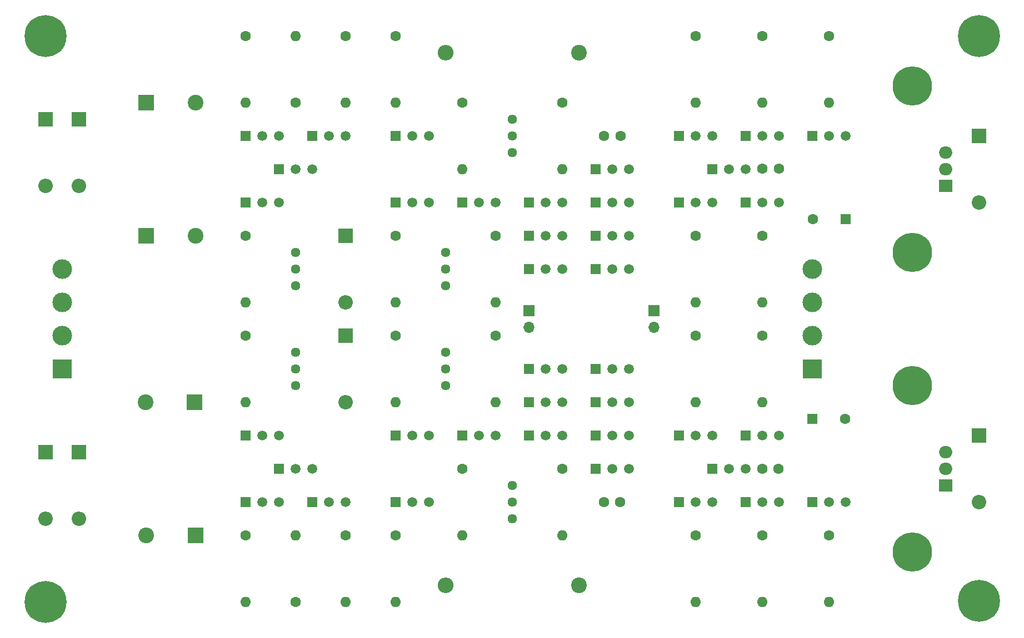
<source format=gbr>
%TF.GenerationSoftware,KiCad,Pcbnew,(5.1.10)-1*%
%TF.CreationDate,2021-11-12T11:53:13+05:30*%
%TF.ProjectId,DIscrete Linear Supply Rev4,44497363-7265-4746-9520-4c696e656172,rev?*%
%TF.SameCoordinates,Original*%
%TF.FileFunction,Soldermask,Bot*%
%TF.FilePolarity,Negative*%
%FSLAX46Y46*%
G04 Gerber Fmt 4.6, Leading zero omitted, Abs format (unit mm)*
G04 Created by KiCad (PCBNEW (5.1.10)-1) date 2021-11-12 11:53:13*
%MOMM*%
%LPD*%
G01*
G04 APERTURE LIST*
%ADD10O,2.200000X2.200000*%
%ADD11R,2.200000X2.200000*%
%ADD12C,1.600000*%
%ADD13R,1.600000X1.600000*%
%ADD14C,0.800000*%
%ADD15C,6.400000*%
%ADD16C,3.000000*%
%ADD17R,3.000000X3.000000*%
%ADD18O,1.700000X1.700000*%
%ADD19R,1.700000X1.700000*%
%ADD20C,6.000000*%
%ADD21C,1.440000*%
%ADD22O,1.600000X1.600000*%
%ADD23O,2.400000X2.400000*%
%ADD24C,2.400000*%
%ADD25O,2.000000X1.905000*%
%ADD26R,2.000000X1.905000*%
%ADD27R,1.500000X1.500000*%
%ADD28C,1.500000*%
%ADD29R,2.400000X2.400000*%
G04 APERTURE END LIST*
D10*
%TO.C,D8*%
X274320000Y-177800000D03*
D11*
X274320000Y-167640000D03*
%TD*%
D10*
%TO.C,D7*%
X274320000Y-132080000D03*
D11*
X274320000Y-121920000D03*
%TD*%
D12*
%TO.C,C11*%
X249000000Y-134620000D03*
D13*
X254000000Y-134620000D03*
%TD*%
D12*
%TO.C,C12*%
X253920000Y-165100000D03*
D13*
X248920000Y-165100000D03*
%TD*%
D14*
%TO.C,H4*%
X276017056Y-191202944D03*
X274320000Y-190500000D03*
X272622944Y-191202944D03*
X271920000Y-192900000D03*
X272622944Y-194597056D03*
X274320000Y-195300000D03*
X276017056Y-194597056D03*
X276720000Y-192900000D03*
D15*
X274320000Y-192900000D03*
%TD*%
D14*
%TO.C,H3*%
X276017056Y-104982944D03*
X274320000Y-104280000D03*
X272622944Y-104982944D03*
X271920000Y-106680000D03*
X272622944Y-108377056D03*
X274320000Y-109080000D03*
X276017056Y-108377056D03*
X276720000Y-106680000D03*
D15*
X274320000Y-106680000D03*
%TD*%
D14*
%TO.C,H2*%
X133777056Y-191342944D03*
X132080000Y-190640000D03*
X130382944Y-191342944D03*
X129680000Y-193040000D03*
X130382944Y-194737056D03*
X132080000Y-195440000D03*
X133777056Y-194737056D03*
X134480000Y-193040000D03*
D15*
X132080000Y-193040000D03*
%TD*%
D14*
%TO.C,H1*%
X133777056Y-104982944D03*
X132080000Y-104280000D03*
X130382944Y-104982944D03*
X129680000Y-106680000D03*
X130382944Y-108377056D03*
X132080000Y-109080000D03*
X133777056Y-108377056D03*
X134480000Y-106680000D03*
D15*
X132080000Y-106680000D03*
%TD*%
D16*
%TO.C,J2*%
X248920000Y-142240000D03*
D17*
X248920000Y-157480000D03*
D16*
X248920000Y-147320000D03*
X248920000Y-152400000D03*
%TD*%
%TO.C,J1*%
X134620000Y-142240000D03*
D17*
X134620000Y-157480000D03*
D16*
X134620000Y-147320000D03*
X134620000Y-152400000D03*
%TD*%
D10*
%TO.C,D6*%
X137160000Y-180340000D03*
D11*
X137160000Y-170180000D03*
%TD*%
D10*
%TO.C,D5*%
X137160000Y-129540000D03*
D11*
X137160000Y-119380000D03*
%TD*%
D10*
%TO.C,D4*%
X132080000Y-180340000D03*
D11*
X132080000Y-170180000D03*
%TD*%
D10*
%TO.C,D3*%
X132080000Y-129540000D03*
D11*
X132080000Y-119380000D03*
%TD*%
D18*
%TO.C,R23*%
X224790000Y-151130000D03*
D19*
X224790000Y-148590000D03*
%TD*%
D18*
%TO.C,R12*%
X205740000Y-151130000D03*
D19*
X205740000Y-148590000D03*
%TD*%
D20*
%TO.C,HS2*%
X264160000Y-185420000D03*
X264160000Y-160020000D03*
%TD*%
%TO.C,HS1*%
X264160000Y-139700000D03*
X264160000Y-114300000D03*
%TD*%
D21*
%TO.C,RV6*%
X203200000Y-180340000D03*
X203200000Y-177800000D03*
X203200000Y-175260000D03*
%TD*%
%TO.C,RV5*%
X203200000Y-124460000D03*
X203200000Y-121920000D03*
X203200000Y-119380000D03*
%TD*%
%TO.C,RV4*%
X193040000Y-160020000D03*
X193040000Y-157480000D03*
X193040000Y-154940000D03*
%TD*%
%TO.C,RV3*%
X193040000Y-144780000D03*
X193040000Y-142240000D03*
X193040000Y-139700000D03*
%TD*%
%TO.C,RV2*%
X170180000Y-154940000D03*
X170180000Y-157480000D03*
X170180000Y-160020000D03*
%TD*%
%TO.C,RV1*%
X170180000Y-139700000D03*
X170180000Y-142240000D03*
X170180000Y-144780000D03*
%TD*%
D22*
%TO.C,R32*%
X251460000Y-193040000D03*
D12*
X251460000Y-182880000D03*
%TD*%
D22*
%TO.C,R31*%
X251460000Y-116840000D03*
D12*
X251460000Y-106680000D03*
%TD*%
D22*
%TO.C,R30*%
X241300000Y-193040000D03*
D12*
X241300000Y-182880000D03*
%TD*%
D22*
%TO.C,R29*%
X241300000Y-162560000D03*
D12*
X241300000Y-152400000D03*
%TD*%
D22*
%TO.C,R28*%
X241300000Y-147320000D03*
D12*
X241300000Y-137160000D03*
%TD*%
D22*
%TO.C,R27*%
X241300000Y-116840000D03*
D12*
X241300000Y-106680000D03*
%TD*%
D22*
%TO.C,R26*%
X231140000Y-162560000D03*
D12*
X231140000Y-152400000D03*
%TD*%
D22*
%TO.C,R25*%
X231140000Y-147320000D03*
D12*
X231140000Y-137160000D03*
%TD*%
D22*
%TO.C,R24*%
X231140000Y-193040000D03*
D12*
X231140000Y-182880000D03*
%TD*%
D22*
%TO.C,R22*%
X231140000Y-116840000D03*
D12*
X231140000Y-106680000D03*
%TD*%
D22*
%TO.C,R21*%
X210820000Y-182880000D03*
D12*
X210820000Y-172720000D03*
%TD*%
D22*
%TO.C,R20*%
X210820000Y-127000000D03*
D12*
X210820000Y-116840000D03*
%TD*%
D23*
%TO.C,R19*%
X193040000Y-190500000D03*
D24*
X213360000Y-190500000D03*
%TD*%
D23*
%TO.C,R18*%
X193040000Y-109220000D03*
D24*
X213360000Y-109220000D03*
%TD*%
D22*
%TO.C,R17*%
X195580000Y-182880000D03*
D12*
X195580000Y-172720000D03*
%TD*%
D22*
%TO.C,R16*%
X195580000Y-127000000D03*
D12*
X195580000Y-116840000D03*
%TD*%
D22*
%TO.C,R15*%
X200660000Y-162560000D03*
D12*
X200660000Y-152400000D03*
%TD*%
D22*
%TO.C,R14*%
X200660000Y-147320000D03*
D12*
X200660000Y-137160000D03*
%TD*%
D22*
%TO.C,R13*%
X185420000Y-193040000D03*
D12*
X185420000Y-182880000D03*
%TD*%
D22*
%TO.C,R11*%
X185420000Y-116840000D03*
D12*
X185420000Y-106680000D03*
%TD*%
D22*
%TO.C,R10*%
X185420000Y-162560000D03*
D12*
X185420000Y-152400000D03*
%TD*%
D22*
%TO.C,R9*%
X185420000Y-147320000D03*
D12*
X185420000Y-137160000D03*
%TD*%
D22*
%TO.C,R8*%
X177800000Y-193040000D03*
D12*
X177800000Y-182880000D03*
%TD*%
D22*
%TO.C,R7*%
X177800000Y-116840000D03*
D12*
X177800000Y-106680000D03*
%TD*%
D22*
%TO.C,R6*%
X170180000Y-182880000D03*
D12*
X170180000Y-193040000D03*
%TD*%
D22*
%TO.C,R5*%
X170180000Y-106680000D03*
D12*
X170180000Y-116840000D03*
%TD*%
D22*
%TO.C,R4*%
X162560000Y-193040000D03*
D12*
X162560000Y-182880000D03*
%TD*%
D22*
%TO.C,R3*%
X162560000Y-162560000D03*
D12*
X162560000Y-152400000D03*
%TD*%
D22*
%TO.C,R2*%
X162560000Y-147320000D03*
D12*
X162560000Y-137160000D03*
%TD*%
D22*
%TO.C,R1*%
X162560000Y-116840000D03*
D12*
X162560000Y-106680000D03*
%TD*%
D25*
%TO.C,Q42*%
X269240000Y-170180000D03*
X269240000Y-172720000D03*
D26*
X269240000Y-175260000D03*
%TD*%
D25*
%TO.C,Q41*%
X269240000Y-124460000D03*
X269240000Y-127000000D03*
D26*
X269240000Y-129540000D03*
%TD*%
D27*
%TO.C,Q40*%
X248920000Y-177800000D03*
D28*
X254000000Y-177800000D03*
X251460000Y-177800000D03*
%TD*%
D27*
%TO.C,Q39*%
X248920000Y-121920000D03*
D28*
X254000000Y-121920000D03*
X251460000Y-121920000D03*
%TD*%
D27*
%TO.C,Q38*%
X238760000Y-177800000D03*
D28*
X243840000Y-177800000D03*
X241300000Y-177800000D03*
%TD*%
D27*
%TO.C,Q37*%
X238760000Y-167640000D03*
D28*
X243840000Y-167640000D03*
X241300000Y-167640000D03*
%TD*%
D27*
%TO.C,Q36*%
X238760000Y-132080000D03*
D28*
X243840000Y-132080000D03*
X241300000Y-132080000D03*
%TD*%
D27*
%TO.C,Q35*%
X238760000Y-121920000D03*
D28*
X243840000Y-121920000D03*
X241300000Y-121920000D03*
%TD*%
D27*
%TO.C,Q34*%
X233680000Y-172720000D03*
D28*
X238760000Y-172720000D03*
X236220000Y-172720000D03*
%TD*%
D27*
%TO.C,Q33*%
X233680000Y-127000000D03*
D28*
X238760000Y-127000000D03*
X236220000Y-127000000D03*
%TD*%
D27*
%TO.C,Q32*%
X228600000Y-167640000D03*
D28*
X233680000Y-167640000D03*
X231140000Y-167640000D03*
%TD*%
D27*
%TO.C,Q31*%
X228600000Y-132080000D03*
D28*
X233680000Y-132080000D03*
X231140000Y-132080000D03*
%TD*%
D27*
%TO.C,Q30*%
X228600000Y-177800000D03*
D28*
X233680000Y-177800000D03*
X231140000Y-177800000D03*
%TD*%
D27*
%TO.C,Q29*%
X228600000Y-121920000D03*
D28*
X233680000Y-121920000D03*
X231140000Y-121920000D03*
%TD*%
D27*
%TO.C,Q28*%
X215900000Y-172720000D03*
D28*
X220980000Y-172720000D03*
X218440000Y-172720000D03*
%TD*%
D27*
%TO.C,Q27*%
X215900000Y-127000000D03*
D28*
X220980000Y-127000000D03*
X218440000Y-127000000D03*
%TD*%
D27*
%TO.C,Q26*%
X215900000Y-167640000D03*
D28*
X220980000Y-167640000D03*
X218440000Y-167640000D03*
%TD*%
D27*
%TO.C,Q25*%
X215900000Y-162560000D03*
D28*
X220980000Y-162560000D03*
X218440000Y-162560000D03*
%TD*%
D27*
%TO.C,Q24*%
X215900000Y-157480000D03*
D28*
X220980000Y-157480000D03*
X218440000Y-157480000D03*
%TD*%
D27*
%TO.C,Q23*%
X215900000Y-142240000D03*
D28*
X220980000Y-142240000D03*
X218440000Y-142240000D03*
%TD*%
D27*
%TO.C,Q22*%
X215900000Y-137160000D03*
D28*
X220980000Y-137160000D03*
X218440000Y-137160000D03*
%TD*%
D27*
%TO.C,Q21*%
X215900000Y-132080000D03*
D28*
X220980000Y-132080000D03*
X218440000Y-132080000D03*
%TD*%
D27*
%TO.C,Q20*%
X205740000Y-167640000D03*
D28*
X210820000Y-167640000D03*
X208280000Y-167640000D03*
%TD*%
D27*
%TO.C,Q19*%
X205740000Y-162560000D03*
D28*
X210820000Y-162560000D03*
X208280000Y-162560000D03*
%TD*%
D27*
%TO.C,Q18*%
X205740000Y-157480000D03*
D28*
X210820000Y-157480000D03*
X208280000Y-157480000D03*
%TD*%
D27*
%TO.C,Q17*%
X205740000Y-142240000D03*
D28*
X210820000Y-142240000D03*
X208280000Y-142240000D03*
%TD*%
D27*
%TO.C,Q16*%
X205740000Y-137160000D03*
D28*
X210820000Y-137160000D03*
X208280000Y-137160000D03*
%TD*%
D27*
%TO.C,Q15*%
X205740000Y-132080000D03*
D28*
X210820000Y-132080000D03*
X208280000Y-132080000D03*
%TD*%
D27*
%TO.C,Q14*%
X195580000Y-167640000D03*
D28*
X200660000Y-167640000D03*
X198120000Y-167640000D03*
%TD*%
D27*
%TO.C,Q13*%
X195580000Y-132080000D03*
D28*
X200660000Y-132080000D03*
X198120000Y-132080000D03*
%TD*%
D27*
%TO.C,Q12*%
X185420000Y-167640000D03*
D28*
X190500000Y-167640000D03*
X187960000Y-167640000D03*
%TD*%
D27*
%TO.C,Q11*%
X185420000Y-132080000D03*
D28*
X190500000Y-132080000D03*
X187960000Y-132080000D03*
%TD*%
D27*
%TO.C,Q10*%
X185420000Y-177800000D03*
D28*
X190500000Y-177800000D03*
X187960000Y-177800000D03*
%TD*%
D27*
%TO.C,Q9*%
X185420000Y-121920000D03*
D28*
X190500000Y-121920000D03*
X187960000Y-121920000D03*
%TD*%
D27*
%TO.C,Q8*%
X172720000Y-177800000D03*
D28*
X177800000Y-177800000D03*
X175260000Y-177800000D03*
%TD*%
D27*
%TO.C,Q7*%
X172720000Y-121920000D03*
D28*
X177800000Y-121920000D03*
X175260000Y-121920000D03*
%TD*%
D27*
%TO.C,Q6*%
X167640000Y-172720000D03*
D28*
X172720000Y-172720000D03*
X170180000Y-172720000D03*
%TD*%
D27*
%TO.C,Q5*%
X167640000Y-127000000D03*
D28*
X172720000Y-127000000D03*
X170180000Y-127000000D03*
%TD*%
D27*
%TO.C,Q4*%
X162560000Y-177800000D03*
D28*
X167640000Y-177800000D03*
X165100000Y-177800000D03*
%TD*%
D27*
%TO.C,Q3*%
X162560000Y-167640000D03*
D28*
X167640000Y-167640000D03*
X165100000Y-167640000D03*
%TD*%
D27*
%TO.C,Q2*%
X162560000Y-132080000D03*
D28*
X167640000Y-132080000D03*
X165100000Y-132080000D03*
%TD*%
D27*
%TO.C,Q1*%
X162560000Y-121920000D03*
D28*
X167640000Y-121920000D03*
X165100000Y-121920000D03*
%TD*%
D10*
%TO.C,D2*%
X177800000Y-162560000D03*
D11*
X177800000Y-152400000D03*
%TD*%
D10*
%TO.C,D1*%
X177800000Y-147320000D03*
D11*
X177800000Y-137160000D03*
%TD*%
D12*
%TO.C,C10*%
X243800000Y-172720000D03*
X241300000Y-172720000D03*
%TD*%
%TO.C,C9*%
X241340000Y-126960000D03*
X243840000Y-126960000D03*
%TD*%
%TO.C,C8*%
X217170000Y-177800000D03*
X219670000Y-177800000D03*
%TD*%
%TO.C,C7*%
X217210000Y-121920000D03*
X219710000Y-121920000D03*
%TD*%
D24*
%TO.C,C6*%
X147320000Y-162560000D03*
D29*
X154820000Y-162560000D03*
%TD*%
D24*
%TO.C,C5*%
X154940000Y-116840000D03*
D29*
X147440000Y-116840000D03*
%TD*%
D24*
%TO.C,C4*%
X147440000Y-182880000D03*
D29*
X154940000Y-182880000D03*
%TD*%
D24*
%TO.C,C3*%
X154940000Y-137160000D03*
D29*
X147440000Y-137160000D03*
%TD*%
M02*

</source>
